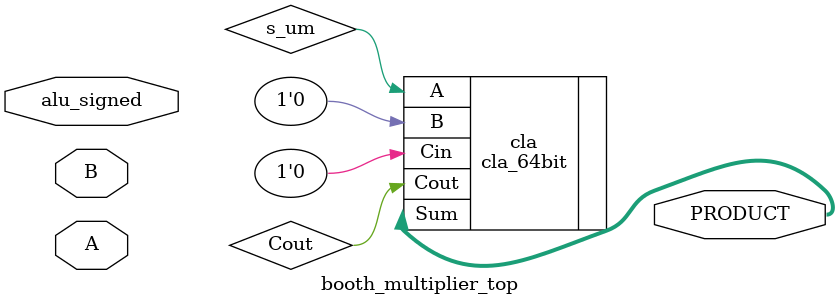
<source format=v>
`timescale 1ns/1ps

module booth_multiplier_top (
    input  wire [31:0] A,          // Operand 1 (Multiplicand)
    input  wire [31:0] B,          // Operand 2 (Multiplier)
    input  wire        alu_signed, // 1 = signed, 0 = unsigned
    output wire [63:0] PRODUCT     // Final 64-bit product
);

    // Partial products from Booth encoding
    wire [63:0] PP0, PP1, PP2, PP3;
    wire [63:0] PP4, PP5, PP6, PP7;
    wire [63:0] PP8, PP9, PP10, PP11;
    wire [63:0] PP12, PP13, PP14, PP15, PP16;

    // Wires for Wallace tree outputs
    wire [63:0] SUM, CARRY;

    // Booth radix-4 partial product generator
    booth_radix4_multiplier booth_enc (
        .A(A),
        .B(B),
        .alu_signed(alu_signed),
        .PP0(PP0),   .PP1(PP1),   .PP2(PP2),   .PP3(PP3),
        .PP4(PP4),   .PP5(PP5),   .PP6(PP6),   .PP7(PP7),
        .PP8(PP8),   .PP9(PP9),   .PP10(PP10), .PP11(PP11),
        .PP12(PP12), .PP13(PP13), .PP14(PP14), .PP15(PP15),
        .PP16(PP16)
    );

    // Partial product reduction tree (Wallace tree using compressors)
    pp_tree16x64 tree (
        .P0(PP0),   .P1(PP1),   .P2(PP2),   .P3(PP3),
        .P4(PP4),   .P5(PP5),   .P6(PP6),   .P7(PP7),
        .P8(PP8),   .P9(PP9),   .P10(PP10), .P11(PP11),
        .P12(PP12), .P13(PP13), .P14(PP14), .P15(PP15),
        .P16(PP16),
        .s_u_m(SUM), 
        .c_arr_y(CARRY)
    );

    // Final Carry Propagate Adder (CPA)
    //assign PRODUCT = SUM + (CARRY << 1);
    //
    cla_64bit cla (
        .A(s_um),
        .B(c_arry << 1), // carry row shifted left
        .Cin(1'b0),
        .Sum(PRODUCT),
        .Cout(Cout)
    );

endmodule


</source>
